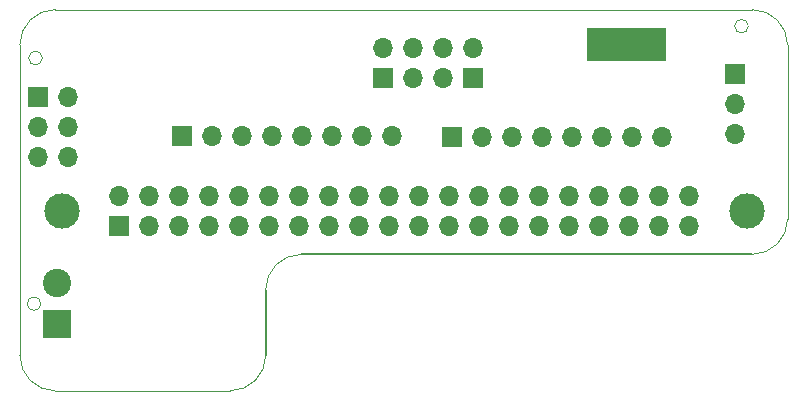
<source format=gbr>
G04 #@! TF.GenerationSoftware,KiCad,Pcbnew,8.0.7*
G04 #@! TF.CreationDate,2025-02-16T20:08:39+00:00*
G04 #@! TF.ProjectId,retropie-hat-2L,72657472-6f70-4696-952d-6861742d324c,rev?*
G04 #@! TF.SameCoordinates,Original*
G04 #@! TF.FileFunction,Soldermask,Bot*
G04 #@! TF.FilePolarity,Negative*
%FSLAX46Y46*%
G04 Gerber Fmt 4.6, Leading zero omitted, Abs format (unit mm)*
G04 Created by KiCad (PCBNEW 8.0.7) date 2025-02-16 20:08:39*
%MOMM*%
%LPD*%
G01*
G04 APERTURE LIST*
%ADD10C,0.100000*%
%ADD11C,3.000000*%
%ADD12R,1.700000X1.700000*%
%ADD13O,1.700000X1.700000*%
%ADD14R,2.400000X2.400000*%
%ADD15C,2.400000*%
G04 #@! TA.AperFunction,Profile*
%ADD16C,0.100000*%
G04 #@! TD*
G04 #@! TA.AperFunction,Profile*
%ADD17C,0.150000*%
G04 #@! TD*
G04 APERTURE END LIST*
D10*
X126492000Y-48895000D02*
X133096000Y-48895000D01*
X133096000Y-51562000D01*
X126492000Y-51562000D01*
X126492000Y-48895000D01*
G36*
X126492000Y-48895000D02*
G01*
X133096000Y-48895000D01*
X133096000Y-51562000D01*
X126492000Y-51562000D01*
X126492000Y-48895000D01*
G37*
D11*
X82040000Y-64310000D03*
X140040000Y-64330000D03*
D12*
X109220000Y-53086000D03*
D13*
X109220000Y-50546000D03*
X111760000Y-53086000D03*
X111760000Y-50546000D03*
D12*
X139065000Y-52720000D03*
D13*
X139065000Y-55260000D03*
X139065000Y-57800000D03*
D12*
X80010000Y-54737000D03*
D13*
X82550000Y-54737000D03*
X80010000Y-57277000D03*
X82550000Y-57277000D03*
X80010000Y-59817000D03*
X82550000Y-59817000D03*
D12*
X115075000Y-58050000D03*
D13*
X117615000Y-58050000D03*
X120155000Y-58050000D03*
X122695000Y-58050000D03*
X125235000Y-58050000D03*
X127775000Y-58050000D03*
X130315000Y-58050000D03*
X132855000Y-58050000D03*
D14*
X81661000Y-73950000D03*
D15*
X81661000Y-70450000D03*
D12*
X116845000Y-53091000D03*
D13*
X114305000Y-53091000D03*
X116845000Y-50551000D03*
X114305000Y-50551000D03*
D12*
X92217000Y-58039000D03*
D13*
X94757000Y-58039000D03*
X97297000Y-58039000D03*
X99837000Y-58039000D03*
X102377000Y-58039000D03*
X104917000Y-58039000D03*
X107457000Y-58039000D03*
X109997000Y-58039000D03*
D12*
X86920000Y-65590000D03*
D13*
X86920000Y-63050000D03*
X89460000Y-65590000D03*
X89460000Y-63050000D03*
X92000000Y-65590000D03*
X92000000Y-63050000D03*
X94540000Y-65590000D03*
X94540000Y-63050000D03*
X97080000Y-65590000D03*
X97080000Y-63050000D03*
X99620000Y-65590000D03*
X99620000Y-63050000D03*
X102160000Y-65590000D03*
X102160000Y-63050000D03*
X104700000Y-65590000D03*
X104700000Y-63050000D03*
X107240000Y-65590000D03*
X107240000Y-63050000D03*
X109780000Y-65590000D03*
X109780000Y-63050000D03*
X112320000Y-65590000D03*
X112320000Y-63050000D03*
X114860000Y-65590000D03*
X114860000Y-63050000D03*
X117400000Y-65590000D03*
X117400000Y-63050000D03*
X119940000Y-65590000D03*
X119940000Y-63050000D03*
X122480000Y-65590000D03*
X122480000Y-63050000D03*
X125020000Y-65590000D03*
X125020000Y-63050000D03*
X127560000Y-65590000D03*
X127560000Y-63050000D03*
X130100000Y-65590000D03*
X130100000Y-63050000D03*
X132640000Y-65590000D03*
X132640000Y-63050000D03*
X135180000Y-65590000D03*
X135180000Y-63050000D03*
D16*
X143510000Y-65024000D02*
X143499680Y-50291999D01*
X78499680Y-50291999D02*
X78499680Y-76576830D01*
X80400000Y-51400000D02*
G75*
G02*
X79248000Y-51400000I-576000J0D01*
G01*
X79248000Y-51400000D02*
G75*
G02*
X80400000Y-51400000I576000J0D01*
G01*
D17*
X99314000Y-76582066D02*
X99314000Y-71013528D01*
D16*
X140176000Y-48700000D02*
G75*
G02*
X139024000Y-48700000I-576000J0D01*
G01*
X139024000Y-48700000D02*
G75*
G02*
X140176000Y-48700000I576000J0D01*
G01*
X99314000Y-76582066D02*
G75*
G02*
X96314005Y-79576805I-3000000J5266D01*
G01*
X80276000Y-72200000D02*
G75*
G02*
X79124000Y-72200000I-576000J0D01*
G01*
X79124000Y-72200000D02*
G75*
G02*
X80276000Y-72200000I576000J0D01*
G01*
X140499680Y-47291999D02*
X81499680Y-47291999D01*
X81499680Y-79576830D02*
X96314005Y-79576830D01*
X99314000Y-71013528D02*
G75*
G02*
X102313995Y-68018795I3000000J-5272D01*
G01*
D17*
X140510005Y-68018764D02*
X102313995Y-68018764D01*
D16*
X140499680Y-47291999D02*
G75*
G02*
X143499701Y-50291999I20J-3000001D01*
G01*
X78499680Y-50291999D02*
G75*
G02*
X81499680Y-47291980I3000020J-1D01*
G01*
X143510000Y-65024000D02*
G75*
G02*
X140510005Y-68018805I-3000000J5200D01*
G01*
X81499680Y-79576830D02*
G75*
G02*
X78499670Y-76576830I20J3000030D01*
G01*
M02*

</source>
